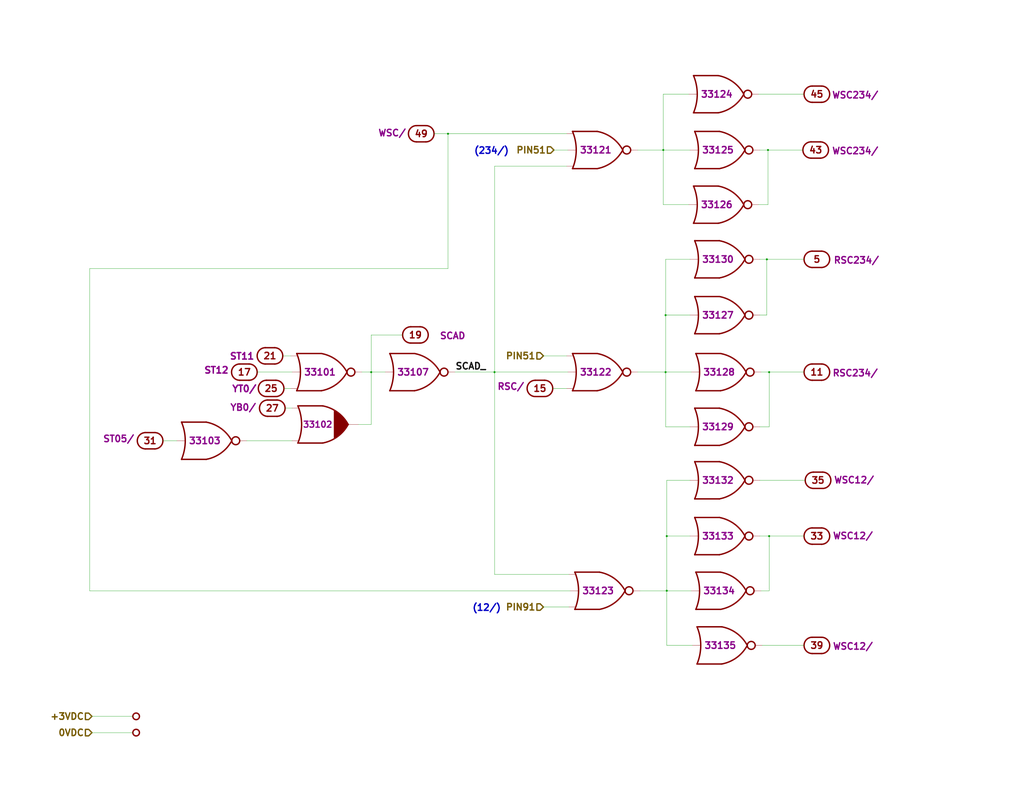
<source format=kicad_sch>
(kicad_sch (version 20211123) (generator eeschema)
  (paper "C")
  (title_block (title "BLOCK I LOGIC FLOW C, MODULE A17, DRAWING 1006543") (date "2018-11-23") (rev "Draft") (comment 1 "Modules A17"))
  (junction (at 363.855 292.735))
  (junction (at 363.855 322.58))
  (junction (at 244.475 73.025))
  (junction (at 419.735 292.735))
  (junction (at 269.875 203.2))
  (junction (at 202.565 203.2))
  (junction (at 363.22 203.2))
  (junction (at 419.735 203.2))
  (junction (at 363.22 172.085))
  (junction (at 419.1 81.915))
  (junction (at 361.95 81.915))
  (junction (at 418.465 141.605))
  (wire (pts (xy 418.465 172.085) (xy 418.465 141.605)))
  (wire (pts (xy 419.1 81.915) (xy 438.15 81.915)))
  (wire (pts (xy 269.875 90.805) (xy 269.875 203.2)))
  (wire (pts (xy 375.92 51.435) (xy 361.95 51.435)))
  (wire (pts (xy 376.555 172.085) (xy 363.22 172.085)))
  (wire (pts (xy 349.25 322.58) (xy 363.855 322.58)))
  (wire (pts (xy 309.245 212.09) (xy 301.625 212.09)))
  (wire (pts (xy 244.475 73.025) (xy 244.475 146.685)))
  (wire (pts (xy 363.22 141.605) (xy 376.555 141.605)))
  (wire (pts (xy 414.655 262.255) (xy 439.42 262.255)))
  (wire (pts (xy 158.75 194.31) (xy 154.305 194.31)))
  (wire (pts (xy 202.565 203.2) (xy 202.565 182.88)))
  (wire (pts (xy 197.485 203.2) (xy 202.565 203.2)))
  (wire (pts (xy 347.98 81.915) (xy 361.95 81.915)))
  (wire (pts (xy 159.385 203.2) (xy 140.335 203.2)))
  (wire (pts (xy 202.565 231.775) (xy 202.565 203.2)))
  (wire (pts (xy 361.95 81.915) (xy 361.95 111.76)))
  (wire (pts (xy 302.26 81.915) (xy 309.88 81.915)))
  (wire (pts (xy 195.58 231.775) (xy 202.565 231.775)))
  (wire (pts (xy 363.22 203.2) (xy 363.22 233.045)))
  (wire (pts (xy 363.855 262.255) (xy 376.555 262.255)))
  (wire (pts (xy 347.98 203.2) (xy 363.22 203.2)))
  (wire (pts (xy 159.385 222.885) (xy 155.575 222.885)))
  (wire (pts (xy 419.735 233.045) (xy 419.735 203.2)))
  (wire (pts (xy 296.545 331.47) (xy 310.515 331.47)))
  (wire (pts (xy 269.875 203.2) (xy 309.88 203.2)))
  (wire (pts (xy 419.735 203.2) (xy 438.785 203.2)))
  (wire (pts (xy 414.655 233.045) (xy 419.735 233.045)))
  (wire (pts (xy 361.95 51.435) (xy 361.95 81.915)))
  (wire (pts (xy 48.895 146.685) (xy 48.895 322.58)))
  (wire (pts (xy 377.825 352.425) (xy 363.855 352.425)))
  (wire (pts (xy 202.565 182.88) (xy 219.71 182.88)))
  (wire (pts (xy 202.565 203.2) (xy 210.185 203.2)))
  (wire (pts (xy 418.465 141.605) (xy 438.785 141.605)))
  (wire (pts (xy 363.855 322.58) (xy 363.855 292.735)))
  (wire (pts (xy 415.925 352.425) (xy 438.785 352.425)))
  (wire (pts (xy 159.385 240.665) (xy 134.62 240.665)))
  (wire (pts (xy 363.22 203.2) (xy 363.22 172.085)))
  (wire (pts (xy 361.95 111.76) (xy 375.92 111.76)))
  (wire (pts (xy 363.855 292.735) (xy 363.855 262.255)))
  (wire (pts (xy 72.39 400.05) (xy 50.165 400.05)))
  (wire (pts (xy 309.245 90.805) (xy 269.875 90.805)))
  (wire (pts (xy 296.545 194.31) (xy 309.245 194.31)))
  (wire (pts (xy 415.29 322.58) (xy 419.735 322.58)))
  (wire (pts (xy 361.95 81.915) (xy 376.555 81.915)))
  (wire (pts (xy 309.245 73.025) (xy 244.475 73.025)))
  (wire (pts (xy 48.895 322.58) (xy 311.15 322.58)))
  (wire (pts (xy 248.285 203.2) (xy 269.875 203.2)))
  (wire (pts (xy 363.855 352.425) (xy 363.855 322.58)))
  (wire (pts (xy 414.655 292.735) (xy 419.735 292.735)))
  (wire (pts (xy 419.1 111.76) (xy 419.1 81.915)))
  (wire (pts (xy 50.165 391.16) (xy 72.39 391.16)))
  (wire (pts (xy 376.555 292.735) (xy 363.855 292.735)))
  (wire (pts (xy 269.875 313.69) (xy 310.515 313.69)))
  (wire (pts (xy 96.52 240.665) (xy 88.9 240.665)))
  (wire (pts (xy 363.22 233.045) (xy 376.555 233.045)))
  (wire (pts (xy 415.29 203.2) (xy 419.735 203.2)))
  (wire (pts (xy 244.475 73.025) (xy 236.855 73.025)))
  (wire (pts (xy 363.855 322.58) (xy 377.19 322.58)))
  (wire (pts (xy 363.22 203.2) (xy 377.19 203.2)))
  (wire (pts (xy 414.655 141.605) (xy 418.465 141.605)))
  (wire (pts (xy 419.735 322.58) (xy 419.735 292.735)))
  (wire (pts (xy 363.22 172.085) (xy 363.22 141.605)))
  (wire (pts (xy 414.02 111.76) (xy 419.1 111.76)))
  (wire (pts (xy 158.75 212.09) (xy 154.94 212.09)))
  (wire (pts (xy 244.475 146.685) (xy 48.895 146.685)))
  (wire (pts (xy 414.655 81.915) (xy 419.1 81.915)))
  (wire (pts (xy 269.875 203.2) (xy 269.875 313.69)))
  (wire (pts (xy 414.02 51.435) (xy 438.785 51.435)))
  (wire (pts (xy 414.655 172.085) (xy 418.465 172.085)))
  (wire (pts (xy 419.735 292.735) (xy 438.785 292.735)))
  (text "(12/)" (at 273.685 334.01 180) (effects (font (size 3.556 3.556) (thickness 0.7112) bold) (justify right bottom)))
  (text "(234/)" (at 258.445 84.455 0) (effects (font (size 3.556 3.556) (thickness 0.7112) bold) (justify left bottom)))
  (label "SCAD_" (at 248.285 203.2 0) (effects (font (size 3.556 3.556) (thickness 0.7112) bold)))
  (hierarchical_label "PIN51" (shape input) (at 296.545 194.31 180) (effects (font (size 3.556 3.556) (thickness 0.7112) bold)))
  (hierarchical_label "PIN91" (shape input) (at 296.545 331.47 180) (effects (font (size 3.556 3.556) (thickness 0.7112) bold)))
  (hierarchical_label "+3VDC" (shape input) (at 50.165 391.16 180) (effects (font (size 3.556 3.556) (thickness 0.7112) bold)))
  (hierarchical_label "PIN51" (shape input) (at 302.26 81.915 180) (effects (font (size 3.556 3.556) (thickness 0.7112) bold)))
  (hierarchical_label "0VDC" (shape input) (at 50.165 400.05 180) (effects (font (size 3.556 3.556) (thickness 0.7112) bold)))
  (symbol (lib_id "AGC_DSKY:ConnectorGeneric") (at 229.87 73.025 0) (unit 49)
    (property "Reference" "J1" (effects hide))
    (property "Value" "ConnectorGeneric" (effects hide))
    (property "Caption" "WSC/" (at 213.995 74.93 0) (effects (font (size 3.556 3.556) bold) (justify bottom)))
  )
  (symbol (lib_id "AGC_DSKY:ConnectorGeneric") (at 445.77 51.435 180) (unit 45)
    (property "Reference" "J1" (effects hide))
    (property "Value" "ConnectorGeneric" (effects hide))
    (property "Caption" "WSC234/" (at 466.725 49.53 0) (effects (font (size 3.556 3.556) bold) (justify bottom)))
  )
  (symbol (lib_id "AGC_DSKY:ConnectorGeneric") (at 445.135 81.915 180) (unit 43)
    (property "Reference" "J1" (effects hide))
    (property "Value" "ConnectorGeneric" (effects hide))
    (property "Caption" "WSC234/" (at 466.725 80.01 0) (effects (font (size 3.556 3.556) bold) (justify bottom)))
  )
  (symbol (lib_id "AGC_DSKY:ConnectorGeneric") (at 147.955 212.09 0) (unit 25)
    (property "Reference" "J1" (effects hide))
    (property "Value" "ConnectorGeneric" (effects hide))
    (property "Caption" "YT0/" (at 133.35 214.63 0) (effects (font (size 3.556 3.556) bold) (justify bottom)))
  )
  (symbol (lib_id "AGC_DSKY:ConnectorGeneric") (at 446.405 262.255 180) (unit 35)
    (property "Reference" "J1" (effects hide))
    (property "Value" "ConnectorGeneric" (effects hide))
    (property "Caption" "WSC12/" (at 466.09 259.715 0) (effects (font (size 3.556 3.556) bold) (justify bottom)))
  )
  (symbol (lib_id "AGC_DSKY:ConnectorGeneric") (at 81.915 240.665 0) (unit 31)
    (property "Reference" "J1" (effects hide))
    (property "Value" "ConnectorGeneric" (effects hide))
    (property "Caption" "ST05/" (at 64.77 241.935 0) (effects (font (size 3.556 3.556) bold) (justify bottom)))
  )
  (symbol (lib_id "AGC_DSKY:ConnectorGeneric") (at 226.695 182.88 180) (unit 19)
    (property "Reference" "J1" (effects hide))
    (property "Value" "ConnectorGeneric" (effects hide))
    (property "Caption" "SCAD" (at 247.015 180.975 0) (effects (font (size 3.556 3.556) bold) (justify bottom)))
  )
  (symbol (lib_id "AGC_DSKY:ConnectorGeneric") (at 133.35 203.2 0) (unit 17)
    (property "Reference" "J1" (effects hide))
    (property "Value" "ConnectorGeneric" (effects hide))
    (property "Caption" "ST12" (at 118.11 204.47 0) (effects (font (size 3.556 3.556) bold) (justify bottom)))
  )
  (symbol (lib_id "D3NOR-+3VDC-0VDC-nd1021041:D3NOR-+3VDC-0VDC-nd1021041-_3_-___") (at 391.795 292.735 0) (mirror x) (unit 1)
    (property "Reference" "U715" (effects hide))
    (property "Value" "D3NOR-+3VDC-0VDC-nd1021041-_3_-___" (effects hide))
    (property "Location" "33133" (at 391.795 292.735 0) (effects (font (size 3.556 3.556) bold)))
  )
  (symbol (lib_id "AGC_DSKY:ConnectorGeneric") (at 294.64 212.09 0) (unit 15)
    (property "Reference" "J1" (effects hide))
    (property "Value" "ConnectorGeneric" (effects hide))
    (property "Caption" "RSC/" (at 278.765 213.36 0) (effects (font (size 3.556 3.556) bold) (justify bottom)))
  )
  (symbol (lib_id "D3NOR-+3VDC-0VDC-nd1021041:D3NOR-+3VDC-0VDC-nd1021041-_3_-___") (at 393.065 352.425 0) (mirror x) (unit 1)
    (property "Reference" "U718" (effects hide))
    (property "Value" "D3NOR-+3VDC-0VDC-nd1021041-_3_-___" (effects hide))
    (property "Location" "33135" (at 393.065 352.425 0) (effects (font (size 3.556 3.556) bold)))
  )
  (symbol (lib_id "D3NOR-+3VDC-0VDC-nd1021041:D3NOR-+3VDC-0VDC-nd1021041-_3_-___") (at 392.43 322.58 0) (mirror x) (unit 1)
    (property "Reference" "U717" (effects hide))
    (property "Value" "D3NOR-+3VDC-0VDC-nd1021041-_3_-___" (effects hide))
    (property "Location" "33134" (at 392.43 322.58 0) (effects (font (size 3.556 3.556) bold)))
  )
  (symbol (lib_id "AGC_DSKY:ConnectorGeneric") (at 445.77 203.2 180) (unit 11)
    (property "Reference" "J1" (effects hide))
    (property "Value" "ConnectorGeneric" (effects hide))
    (property "Caption" "RSC234/" (at 466.725 201.295 0) (effects (font (size 3.556 3.556) bold) (justify bottom)))
  )
  (symbol (lib_id "AGC_DSKY:ConnectorGeneric") (at 445.77 292.735 180) (unit 33)
    (property "Reference" "J1" (effects hide))
    (property "Value" "ConnectorGeneric" (effects hide))
    (property "Caption" "WSC12/" (at 465.455 290.195 0) (effects (font (size 3.556 3.556) bold) (justify bottom)))
  )
  (symbol (lib_id "D3NOR-+3VDC-0VDC-nd1021041:D3NOR-+3VDC-0VDC-nd1021041-_3_-___") (at 391.795 262.255 0) (mirror x) (unit 1)
    (property "Reference" "U714" (effects hide))
    (property "Value" "D3NOR-+3VDC-0VDC-nd1021041-_3_-___" (effects hide))
    (property "Location" "33132" (at 391.795 262.255 0) (effects (font (size 3.556 3.556) bold)))
  )
  (symbol (lib_id "D3NOR-+3VDC-0VDC-nd1021041:D3NOR-+3VDC-0VDC-nd1021041-_3_-___") (at 391.795 141.605 0) (mirror x) (unit 1)
    (property "Reference" "U711" (effects hide))
    (property "Value" "D3NOR-+3VDC-0VDC-nd1021041-_3_-___" (effects hide))
    (property "Location" "33130" (at 391.795 141.605 0) (effects (font (size 3.556 3.556) bold)))
  )
  (symbol (lib_id "D3NOR-+3VDC-0VDC-nd1021041:D3NOR-+3VDC-0VDC-nd1021041-_3_-___") (at 225.425 203.2 0) (mirror x) (unit 1)
    (property "Reference" "U704" (effects hide))
    (property "Value" "D3NOR-+3VDC-0VDC-nd1021041-_3_-___" (effects hide))
    (property "Location" "33107" (at 225.425 203.2 0) (effects (font (size 3.556 3.556) bold)))
  )
  (symbol (lib_id "D3NOR-+3VDC-0VDC-nd1021041:D3NOR-+3VDC-0VDC-nd1021041-135-___") (at 174.625 203.2 0) (unit 1)
    (property "Reference" "U702" (effects hide))
    (property "Value" "D3NOR-+3VDC-0VDC-nd1021041-135-___" (effects hide))
    (property "Location" "33101" (at 174.625 203.2 0) (effects (font (size 3.556 3.556) bold)))
  )
  (symbol (lib_id "D3NOR-NC-0VDC-expander-nd1021041:D3NOR-NC-0VDC-expander-nd1021041-1_5-___") (at 175.26 231.775 0) (unit 1)
    (property "Reference" "U703" (effects hide))
    (property "Value" "D3NOR-NC-0VDC-expander-nd1021041-1_5-___" (effects hide))
    (property "Location" "33102" (at 173.355 231.775 0) (effects (font (size 3.302 3.302) bold)))
  )
  (symbol (lib_id "D3NOR-+3VDC-0VDC-nd1021041:D3NOR-+3VDC-0VDC-nd1021041-_3_-___") (at 111.76 240.665 0) (mirror x) (unit 1)
    (property "Reference" "U701" (effects hide))
    (property "Value" "D3NOR-+3VDC-0VDC-nd1021041-_3_-___" (effects hide))
    (property "Location" "33103" (at 111.76 240.665 0) (effects (font (size 3.556 3.556) bold)))
  )
  (symbol (lib_id "AGC_DSKY:ConnectorGeneric") (at 445.77 141.605 180) (unit 5)
    (property "Reference" "J1" (effects hide))
    (property "Value" "ConnectorGeneric" (effects hide))
    (property "Caption" "RSC234/" (at 467.36 139.7 0) (effects (font (size 3.556 3.556) bold) (justify bottom)))
  )
  (symbol (lib_id "AGC_DSKY:ConnectorGeneric") (at 445.77 352.425 180) (unit 39)
    (property "Reference" "J1" (effects hide))
    (property "Value" "ConnectorGeneric" (effects hide))
    (property "Caption" "WSC12/" (at 465.455 350.52 0) (effects (font (size 3.556 3.556) bold) (justify bottom)))
  )
  (symbol (lib_id "AGC_DSKY:ConnectorGeneric") (at 148.59 222.885 0) (unit 27)
    (property "Reference" "J1" (effects hide))
    (property "Value" "ConnectorGeneric" (effects hide))
    (property "Caption" "YB0/" (at 132.715 224.79 0) (effects (font (size 3.556 3.556) bold) (justify bottom)))
  )
  (symbol (lib_id "D3NOR-+3VDC-0VDC-nd1021041:D3NOR-+3VDC-0VDC-nd1021041-_3_-___") (at 392.43 203.2 0) (mirror x) (unit 1)
    (property "Reference" "U716" (effects hide))
    (property "Value" "D3NOR-+3VDC-0VDC-nd1021041-_3_-___" (effects hide))
    (property "Location" "33128" (at 392.43 203.2 0) (effects (font (size 3.556 3.556) bold)))
  )
  (symbol (lib_id "D3NOR-+3VDC-0VDC-nd1021041:D3NOR-+3VDC-0VDC-nd1021041-_3_-___") (at 391.795 233.045 0) (mirror x) (unit 1)
    (property "Reference" "U713" (effects hide))
    (property "Value" "D3NOR-+3VDC-0VDC-nd1021041-_3_-___" (effects hide))
    (property "Location" "33129" (at 391.795 233.045 0) (effects (font (size 3.556 3.556) bold)))
  )
  (symbol (lib_id "AGC_DSKY:ConnectorGeneric") (at 147.32 194.31 0) (unit 21)
    (property "Reference" "J1" (effects hide))
    (property "Value" "ConnectorGeneric" (effects hide))
    (property "Caption" "ST11" (at 132.08 196.85 0) (effects (font (size 3.556 3.556) bold) (justify bottom)))
  )
  (symbol (lib_id "D3NOR-+3VDC-0VDC-nd1021041:D3NOR-+3VDC-0VDC-nd1021041-135-___") (at 325.12 203.2 0) (unit 1)
    (property "Reference" "U706" (effects hide))
    (property "Value" "D3NOR-+3VDC-0VDC-nd1021041-135-___" (effects hide))
    (property "Location" "33122" (at 325.12 203.2 0) (effects (font (size 3.556 3.556) bold)))
  )
  (symbol (lib_id "D3NOR-+3VDC-0VDC-nd1021041:D3NOR-+3VDC-0VDC-nd1021041-135-___") (at 326.39 322.58 0) (unit 1)
    (property "Reference" "U707" (effects hide))
    (property "Value" "D3NOR-+3VDC-0VDC-nd1021041-135-___" (effects hide))
    (property "Location" "33123" (at 326.39 322.58 0) (effects (font (size 3.556 3.556) bold)))
  )
  (symbol (lib_id "D3NOR-+3VDC-0VDC-nd1021041:D3NOR-+3VDC-0VDC-nd1021041-135-___") (at 325.12 81.915 0) (unit 1)
    (property "Reference" "U705" (effects hide))
    (property "Value" "D3NOR-+3VDC-0VDC-nd1021041-135-___" (effects hide))
    (property "Location" "33121" (at 325.12 81.915 0) (effects (font (size 3.556 3.556) bold)))
  )
  (symbol (lib_id "D3NOR-+3VDC-0VDC-nd1021041:D3NOR-+3VDC-0VDC-nd1021041-_3_-___") (at 391.16 111.76 0) (mirror x) (unit 1)
    (property "Reference" "U709" (effects hide))
    (property "Value" "D3NOR-+3VDC-0VDC-nd1021041-_3_-___" (effects hide))
    (property "Location" "33126" (at 391.16 111.76 0) (effects (font (size 3.556 3.556) bold)))
  )
  (symbol (lib_id "D3NOR-+3VDC-0VDC-nd1021041:D3NOR-+3VDC-0VDC-nd1021041-_3_-___") (at 391.795 172.085 0) (mirror x) (unit 1)
    (property "Reference" "U712" (effects hide))
    (property "Value" "D3NOR-+3VDC-0VDC-nd1021041-_3_-___" (effects hide))
    (property "Location" "33127" (at 391.795 172.085 0) (effects (font (size 3.556 3.556) bold)))
  )
  (symbol (lib_id "D3NOR-+3VDC-0VDC-nd1021041:D3NOR-+3VDC-0VDC-nd1021041-_3_-___") (at 391.16 51.435 0) (mirror x) (unit 1)
    (property "Reference" "U708" (effects hide))
    (property "Value" "D3NOR-+3VDC-0VDC-nd1021041-_3_-___" (effects hide))
    (property "Location" "33124" (at 391.16 51.435 0) (effects (font (size 3.556 3.556) bold)))
  )
  (symbol (lib_id "D3NOR-+3VDC-0VDC-nd1021041:D3NOR-+3VDC-0VDC-nd1021041-_3_-___") (at 391.795 81.915 0) (mirror x) (unit 1)
    (property "Reference" "U710" (effects hide))
    (property "Value" "D3NOR-+3VDC-0VDC-nd1021041-_3_-___" (effects hide))
    (property "Location" "33125" (at 391.795 81.915 0) (effects (font (size 3.556 3.556) bold)))
  )
  (symbol (lib_id "AGC_DSKY:Node2") (at 74.295 391.16 180)
    (property "Reference" "N701" (effects hide))
    (property "Value" "Node2" (effects hide))
    (property "Caption" "+3VDC" (effects hide))
  )
  (symbol (lib_id "AGC_DSKY:Node2") (at 74.295 400.05 180)
    (property "Reference" "N702" (effects hide))
    (property "Value" "Node2" (effects hide))
    (property "Caption" "0VDC" (effects hide))
  )
)
</source>
